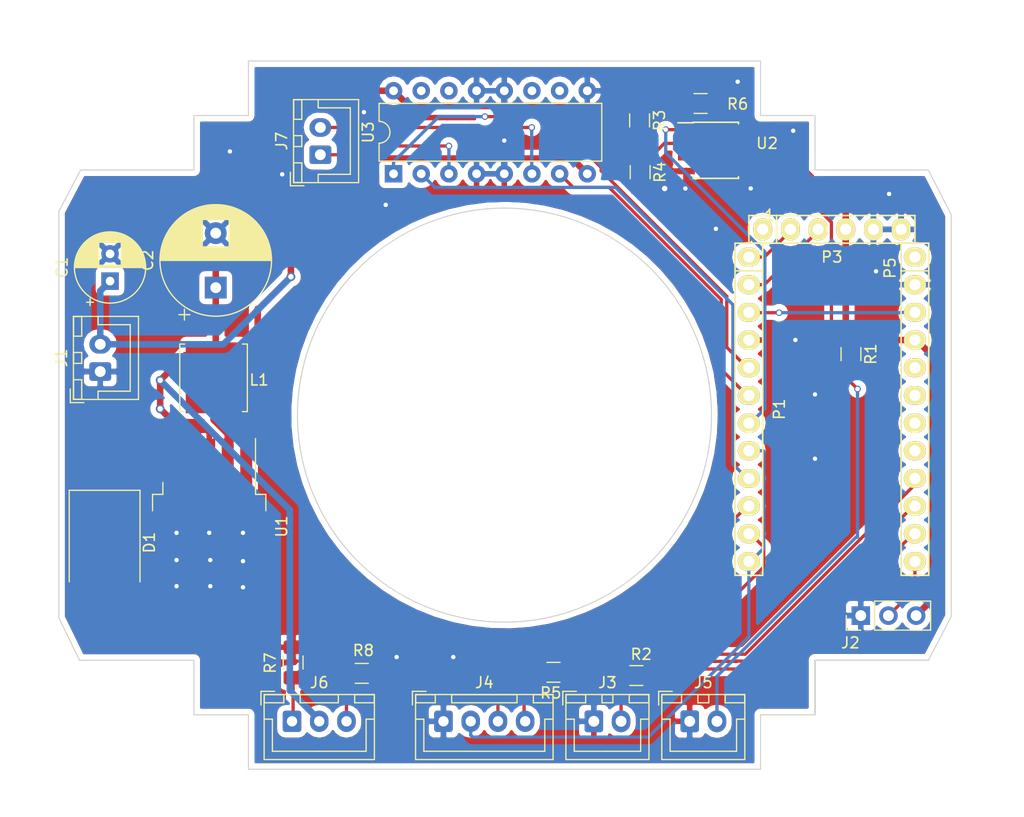
<source format=kicad_pcb>
(kicad_pcb (version 20171130) (host pcbnew 5.0.2-bee76a0~70~ubuntu18.04.1)
  (title_block (date "jeu. 02 avril 2015"))
  (layers (0 F.Cu signal) (31 B.Cu signal) (34 B.Paste user) (35 F.Paste user) (36 B.SilkS user) (37 F.SilkS user) (38 B.Mask user) (39 F.Mask user) (44 Edge.Cuts user))
  (net 0 "")
  (net 1 "/1(Tx)")
  (net 2 "/0(Rx)")
  (net 3 /Reset)
  (net 4 GND)
  (net 5 /2)
  (net 6 /4)
  (net 7 /7)
  (net 8 /8)
  (net 9 +5V)
  (net 10 +12V)
  (net 11 "Net-(D1-Pad1)")
  (net 12 "Net-(J3-Pad2)")
  (net 13 "Net-(J4-Pad4)")
  (net 14 /13)
  (net 15 "Net-(J5-Pad2)")
  (net 16 /6)
  (net 17 /3)
  (net 18 "Net-(J7-Pad2)")
  (net 19 "Net-(J7-Pad1)")
  (net 20 /10)
  (net 21 /11)
  (net 22 /12)
  (net 23 "Net-(R3-Pad2)")
  (net 24 /5)
  (module Connector_JST:JST_XH_B02B-XH-A_1x02_P2.50mm_Vertical (layer F.Cu) (at 122 41.5 90)
    (fp_text reference J7 (at 1.25 -3.55 90) (layer F.SilkS))
    (fp_text value JST_XH_2pin)
    (pad 2 thru_hole oval (at 2.5 0 90) (size 1.7 2) (drill 1) (layers *.Cu *.Mask) (net 18 "Net-(J7-Pad2)"))
    (pad 1 thru_hole roundrect (at 0 0 90) (size 1.7 2) (drill 1) (layers *.Cu *.Mask) (roundrect_rratio 0.147059) (net 19 "Net-(J7-Pad1)"))
  )
  (module Connector_JST:JST_XH_B02B-XH-A_1x02_P2.50mm_Vertical (layer F.Cu) (at 101.8 61.4 90)
    (fp_text reference J1 (at 1.25 -3.55 90) (layer F.SilkS))
    (fp_text value JST_XH_2pin)
    (pad 2 thru_hole oval (at 2.5 0 90) (size 1.7 2) (drill 1) (layers *.Cu *.Mask) (net 10 +12V))
    (pad 1 thru_hole roundrect (at 0 0 90) (size 1.7 2) (drill 1) (layers *.Cu *.Mask) (roundrect_rratio 0.147059) (net 4 GND))
  )
  (module Connector_JST:JST_XH_B02B-XH-A_1x02_P2.50mm_Vertical (layer F.Cu) (at 155.9 93.5)
    (fp_text reference J5 (at 1.25 -3.55) (layer F.SilkS))
    (fp_text value JST_XH_2pin)
    (pad 2 thru_hole oval (at 2.5 0) (size 1.7 2) (drill 1) (layers *.Cu *.Mask) (net 15 "Net-(J5-Pad2)"))
    (pad 1 thru_hole roundrect (at 0 0) (size 1.7 2) (drill 1) (layers *.Cu *.Mask) (roundrect_rratio 0.147059) (net 4 GND))
  )
  (module Connector_JST:JST_XH_B02B-XH-A_1x02_P2.50mm_Vertical (layer F.Cu) (at 147.1 93.5)
    (fp_text reference J3 (at 1.25 -3.55) (layer F.SilkS))
    (fp_text value JST_XH_2pin)
    (pad 2 thru_hole oval (at 2.5 0) (size 1.7 2) (drill 1) (layers *.Cu *.Mask) (net 12 "Net-(J3-Pad2)"))
    (pad 1 thru_hole roundrect (at 0 0) (size 1.7 2) (drill 1) (layers *.Cu *.Mask) (roundrect_rratio 0.147059) (net 4 GND))
  )
  (module Connector_JST:JST_XH_B04B-XH-A_1x04_P2.50mm_Vertical (layer F.Cu) (at 133.3 93.5)
    (fp_text reference J4 (at 3.75 -3.55) (layer F.SilkS))
    (fp_text value JST_XH_4pin)
    (pad 4 thru_hole oval (at 7.5 0) (size 1.7 1.95) (drill 0.95) (layers *.Cu *.Mask) (net 13 "Net-(J4-Pad4)"))
    (pad 3 thru_hole oval (at 5 0) (size 1.7 1.95) (drill 0.95) (layers *.Cu *.Mask) (net 14 /13))
    (pad 2 thru_hole oval (at 2.5 0) (size 1.7 1.95) (drill 0.95) (layers *.Cu *.Mask) (net 24 /5))
    (pad 1 thru_hole roundrect (at 0 0) (size 1.7 1.95) (drill 0.95) (layers *.Cu *.Mask) (roundrect_rratio 0.147059) (net 4 GND))
  )
  (module Package_DIP:DIP-16_W7.62mm (layer F.Cu) (at 128.72 43.25 90)
    (fp_text reference U3 (at 3.81 -2.33 90) (layer F.SilkS))
    (fp_text value L293D)
    (pad 1 thru_hole rect (at 0 0 90) (size 1.6 1.6) (drill 0.8) (layers *.Cu *.Mask) (net 5 /2))
    (pad 9 thru_hole oval (at 7.62 17.78 90) (size 1.6 1.6) (drill 0.8) (layers *.Cu *.Mask) (net 4 GND))
    (pad 2 thru_hole oval (at 0 2.54 90) (size 1.6 1.6) (drill 0.8) (layers *.Cu *.Mask) (net 16 /6))
    (pad 10 thru_hole oval (at 7.62 15.24 90) (size 1.6 1.6) (drill 0.8) (layers *.Cu *.Mask))
    (pad 3 thru_hole oval (at 0 5.08 90) (size 1.6 1.6) (drill 0.8) (layers *.Cu *.Mask) (net 19 "Net-(J7-Pad1)"))
    (pad 11 thru_hole oval (at 7.62 12.7 90) (size 1.6 1.6) (drill 0.8) (layers *.Cu *.Mask))
    (pad 4 thru_hole oval (at 0 7.62 90) (size 1.6 1.6) (drill 0.8) (layers *.Cu *.Mask) (net 4 GND))
    (pad 12 thru_hole oval (at 7.62 10.16 90) (size 1.6 1.6) (drill 0.8) (layers *.Cu *.Mask) (net 4 GND))
    (pad 5 thru_hole oval (at 0 10.16 90) (size 1.6 1.6) (drill 0.8) (layers *.Cu *.Mask) (net 4 GND))
    (pad 13 thru_hole oval (at 7.62 7.62 90) (size 1.6 1.6) (drill 0.8) (layers *.Cu *.Mask) (net 4 GND))
    (pad 6 thru_hole oval (at 0 12.7 90) (size 1.6 1.6) (drill 0.8) (layers *.Cu *.Mask) (net 18 "Net-(J7-Pad2)"))
    (pad 14 thru_hole oval (at 7.62 5.08 90) (size 1.6 1.6) (drill 0.8) (layers *.Cu *.Mask))
    (pad 7 thru_hole oval (at 0 15.24 90) (size 1.6 1.6) (drill 0.8) (layers *.Cu *.Mask) (net 17 /3))
    (pad 15 thru_hole oval (at 7.62 2.54 90) (size 1.6 1.6) (drill 0.8) (layers *.Cu *.Mask))
    (pad 8 thru_hole oval (at 0 17.78 90) (size 1.6 1.6) (drill 0.8) (layers *.Cu *.Mask) (net 10 +12V))
    (pad 16 thru_hole oval (at 7.62 0 90) (size 1.6 1.6) (drill 0.8) (layers *.Cu *.Mask) (net 9 +5V))
  )
  (module Socket_Arduino_Pro_Mini:Socket_Strip_Arduino_1x12 (layer F.Cu) (at 161.33 50.89 270)
    (fp_text reference P1 (at 13.97 -2.794 270) (layer F.SilkS))
    (fp_text value Female_Header_12pin)
    (pad 1 thru_hole oval (at 0 0 270) (size 1.7272 2.032) (drill 1.016) (layers *.Cu *.Mask F.SilkS) (net 1 "/1(Tx)"))
    (pad 2 thru_hole oval (at 2.54 0 270) (size 1.7272 2.032) (drill 1.016) (layers *.Cu *.Mask F.SilkS) (net 2 "/0(Rx)"))
    (pad 3 thru_hole oval (at 5.08 0 270) (size 1.7272 2.032) (drill 1.016) (layers *.Cu *.Mask F.SilkS) (net 3 /Reset))
    (pad 4 thru_hole oval (at 7.62 0 270) (size 1.7272 2.032) (drill 1.016) (layers *.Cu *.Mask F.SilkS) (net 4 GND))
    (pad 5 thru_hole oval (at 10.16 0 270) (size 1.7272 2.032) (drill 1.016) (layers *.Cu *.Mask F.SilkS) (net 5 /2))
    (pad 6 thru_hole oval (at 12.7 0 270) (size 1.7272 2.032) (drill 1.016) (layers *.Cu *.Mask F.SilkS) (net 17 /3))
    (pad 7 thru_hole oval (at 15.24 0 270) (size 1.7272 2.032) (drill 1.016) (layers *.Cu *.Mask F.SilkS) (net 6 /4))
    (pad 8 thru_hole oval (at 17.78 0 270) (size 1.7272 2.032) (drill 1.016) (layers *.Cu *.Mask F.SilkS) (net 24 /5))
    (pad 9 thru_hole oval (at 20.32 0 270) (size 1.7272 2.032) (drill 1.016) (layers *.Cu *.Mask F.SilkS) (net 16 /6))
    (pad 10 thru_hole oval (at 22.86 0 270) (size 1.7272 2.032) (drill 1.016) (layers *.Cu *.Mask F.SilkS) (net 7 /7))
    (pad 11 thru_hole oval (at 25.4 0 270) (size 1.7272 2.032) (drill 1.016) (layers *.Cu *.Mask F.SilkS) (net 8 /8))
    (pad 12 thru_hole oval (at 27.94 0 270) (size 1.7272 2.032) (drill 1.016) (layers *.Cu *.Mask F.SilkS) (net 24 /5))
  )
  (module Socket_Arduino_Pro_Mini:Socket_Strip_Arduino_1x06 (layer F.Cu) (at 162.6 48.35)
    (fp_text reference P3 (at 6.35 2.54) (layer F.SilkS))
    (fp_text value Female_Header_6pin)
    (pad 1 thru_hole oval (at 0 0) (size 1.7272 2.032) (drill 1.016) (layers *.Cu *.Mask F.SilkS))
    (pad 2 thru_hole oval (at 2.54 0) (size 1.7272 2.032) (drill 1.016) (layers *.Cu *.Mask F.SilkS) (net 1 "/1(Tx)"))
    (pad 3 thru_hole oval (at 5.08 0) (size 1.7272 2.032) (drill 1.016) (layers *.Cu *.Mask F.SilkS) (net 2 "/0(Rx)"))
    (pad 4 thru_hole oval (at 7.62 0) (size 1.7272 2.032) (drill 1.016) (layers *.Cu *.Mask F.SilkS) (net 9 +5V))
    (pad 5 thru_hole oval (at 10.16 0) (size 1.7272 2.032) (drill 1.016) (layers *.Cu *.Mask F.SilkS) (net 4 GND))
    (pad 6 thru_hole oval (at 12.7 0) (size 1.7272 2.032) (drill 1.016) (layers *.Cu *.Mask F.SilkS) (net 4 GND))
  )
  (module Socket_Arduino_Pro_Mini:Socket_Strip_Arduino_1x12 (layer F.Cu) (at 176.57 50.89 270)
    (fp_text reference P5 (at 1.016 2.286 270) (layer F.SilkS))
    (fp_text value Female_Header_12pin)
    (pad 1 thru_hole oval (at 0 0 270) (size 1.7272 2.032) (drill 1.016) (layers *.Cu *.Mask F.SilkS))
    (pad 2 thru_hole oval (at 2.54 0 270) (size 1.7272 2.032) (drill 1.016) (layers *.Cu *.Mask F.SilkS) (net 4 GND))
    (pad 3 thru_hole oval (at 5.08 0 270) (size 1.7272 2.032) (drill 1.016) (layers *.Cu *.Mask F.SilkS) (net 3 /Reset))
    (pad 4 thru_hole oval (at 7.62 0 270) (size 1.7272 2.032) (drill 1.016) (layers *.Cu *.Mask F.SilkS) (net 9 +5V))
    (pad 5 thru_hole oval (at 10.16 0 270) (size 1.7272 2.032) (drill 1.016) (layers *.Cu *.Mask F.SilkS))
    (pad 6 thru_hole oval (at 12.7 0 270) (size 1.7272 2.032) (drill 1.016) (layers *.Cu *.Mask F.SilkS))
    (pad 7 thru_hole oval (at 15.24 0 270) (size 1.7272 2.032) (drill 1.016) (layers *.Cu *.Mask F.SilkS))
    (pad 8 thru_hole oval (at 17.78 0 270) (size 1.7272 2.032) (drill 1.016) (layers *.Cu *.Mask F.SilkS))
    (pad 9 thru_hole oval (at 20.32 0 270) (size 1.7272 2.032) (drill 1.016) (layers *.Cu *.Mask F.SilkS) (net 14 /13))
    (pad 10 thru_hole oval (at 22.86 0 270) (size 1.7272 2.032) (drill 1.016) (layers *.Cu *.Mask F.SilkS) (net 22 /12))
    (pad 11 thru_hole oval (at 25.4 0 270) (size 1.7272 2.032) (drill 1.016) (layers *.Cu *.Mask F.SilkS) (net 21 /11))
    (pad 12 thru_hole oval (at 27.94 0 270) (size 1.7272 2.032) (drill 1.016) (layers *.Cu *.Mask F.SilkS) (net 20 /10))
  )
  (module Package_SO:SOIC-8_3.9x4.9mm_P1.27mm (layer F.Cu) (at 158.3 41.095)
    (fp_text reference U2 (at 4.7 -0.645) (layer F.SilkS))
    (fp_text value LM393)
    (pad 1 smd rect (at -2.7 -1.905) (size 1.55 0.6) (layers F.Cu F.Paste F.Mask) (net 6 /4))
    (pad 2 smd rect (at -2.7 -0.635) (size 1.55 0.6) (layers F.Cu F.Paste F.Mask) (net 23 "Net-(R3-Pad2)"))
    (pad 3 smd rect (at -2.7 0.635) (size 1.55 0.6) (layers F.Cu F.Paste F.Mask) (net 15 "Net-(J5-Pad2)"))
    (pad 4 smd rect (at -2.7 1.905) (size 1.55 0.6) (layers F.Cu F.Paste F.Mask) (net 4 GND))
    (pad 5 smd rect (at 2.7 1.905) (size 1.55 0.6) (layers F.Cu F.Paste F.Mask) (net 4 GND))
    (pad 6 smd rect (at 2.7 0.635) (size 1.55 0.6) (layers F.Cu F.Paste F.Mask) (net 4 GND))
    (pad 7 smd rect (at 2.7 -0.635) (size 1.55 0.6) (layers F.Cu F.Paste F.Mask))
    (pad 8 smd rect (at 2.7 -1.905) (size 1.55 0.6) (layers F.Cu F.Paste F.Mask) (net 9 +5V))
  )
  (module Package_TO_SOT_SMD:TO-263-5_TabPin3 (layer F.Cu) (at 111.8 75.625 270)
    (fp_text reference U1 (at 0 -6.65 270) (layer F.SilkS))
    (fp_text value LM2576R-5.0)
    (pad 1 smd rect (at -5.775 -3.4 270) (size 4.6 1.1) (layers F.Cu F.Paste F.Mask) (net 10 +12V))
    (pad 2 smd rect (at -5.775 -1.7 270) (size 4.6 1.1) (layers F.Cu F.Paste F.Mask) (net 11 "Net-(D1-Pad1)"))
    (pad 3 smd rect (at -5.775 0 270) (size 4.6 1.1) (layers F.Cu F.Paste F.Mask) (net 4 GND))
    (pad 4 smd rect (at -5.775 1.7 270) (size 4.6 1.1) (layers F.Cu F.Paste F.Mask) (net 9 +5V))
    (pad 5 smd rect (at -5.775 3.4 270) (size 4.6 1.1) (layers F.Cu F.Paste F.Mask) (net 4 GND))
    (pad 3 smd rect (at 3.375 0 270) (size 9.4 10.8) (layers F.Cu F.Mask) (net 4 GND))
  )
  (module Connector_PinHeader_2.54mm:PinHeader_1x03_P2.54mm_Vertical (layer F.Cu) (at 171.6 83.8 90)
    (fp_text reference J2 (at -2.5 -0.95 -180) (layer F.SilkS))
    (fp_text value Header_3pin_Male)
    (pad 1 thru_hole rect (at 0 0 90) (size 1.7 1.7) (drill 1) (layers *.Cu *.Mask) (net 4 GND))
    (pad 2 thru_hole oval (at 0 2.54 90) (size 1.7 1.7) (drill 1) (layers *.Cu *.Mask) (net 20 /10))
    (pad 3 thru_hole oval (at 0 5.08 90) (size 1.7 1.7) (drill 1) (layers *.Cu *.Mask) (net 9 +5V))
  )
  (module Inductor_SMD:L_Bourns_SRN6045TA (layer F.Cu) (at 112.2 61.975 90)
    (fp_text reference L1 (at -0.2 4.175 180) (layer F.SilkS))
    (fp_text value SRN6045-101M)
    (pad 1 smd rect (at -2.075 0 90) (size 2.35 5.1) (layers F.Cu F.Paste F.Mask) (net 11 "Net-(D1-Pad1)"))
    (pad 2 smd rect (at 2.075 0 90) (size 2.35 5.1) (layers F.Cu F.Paste F.Mask) (net 9 +5V))
  )
  (module Resistor_SMD:R_1206_3216Metric (layer F.Cu) (at 170.7 59.8 270)
    (fp_text reference R1 (at 0 -1.82 270) (layer F.SilkS))
    (fp_text value TBD)
    (pad 1 smd roundrect (at -1.4 0 270) (size 1.25 1.75) (layers F.Cu F.Paste F.Mask) (roundrect_rratio 0.2) (net 9 +5V))
    (pad 2 smd roundrect (at 1.4 0 270) (size 1.25 1.75) (layers F.Cu F.Paste F.Mask) (roundrect_rratio 0.2) (net 15 "Net-(J5-Pad2)"))
  )
  (module Resistor_SMD:R_1206_3216Metric (layer F.Cu) (at 151 89.3 180)
    (fp_text reference R2 (at -0.45 1.95 180) (layer F.SilkS))
    (fp_text value 150)
    (pad 2 smd roundrect (at 1.4 0 180) (size 1.25 1.75) (layers F.Cu F.Paste F.Mask) (roundrect_rratio 0.2) (net 12 "Net-(J3-Pad2)"))
    (pad 1 smd roundrect (at -1.4 0 180) (size 1.25 1.75) (layers F.Cu F.Paste F.Mask) (roundrect_rratio 0.2) (net 21 /11))
  )
  (module Resistor_SMD:R_1206_3216Metric (layer F.Cu) (at 151.3 38.35 270)
    (fp_text reference R3 (at 0 -1.82 270) (layer F.SilkS))
    (fp_text value 100K)
    (pad 2 smd roundrect (at 1.4 0 270) (size 1.25 1.75) (layers F.Cu F.Paste F.Mask) (roundrect_rratio 0.2) (net 23 "Net-(R3-Pad2)"))
    (pad 1 smd roundrect (at -1.4 0 270) (size 1.25 1.75) (layers F.Cu F.Paste F.Mask) (roundrect_rratio 0.2) (net 9 +5V))
  )
  (module Resistor_SMD:R_1206_3216Metric (layer F.Cu) (at 151.35 43.1 270)
    (fp_text reference R4 (at 0 -1.82 270) (layer F.SilkS))
    (fp_text value 100K)
    (pad 1 smd roundrect (at -1.4 0 270) (size 1.25 1.75) (layers F.Cu F.Paste F.Mask) (roundrect_rratio 0.2) (net 23 "Net-(R3-Pad2)"))
    (pad 2 smd roundrect (at 1.4 0 270) (size 1.25 1.75) (layers F.Cu F.Paste F.Mask) (roundrect_rratio 0.2) (net 4 GND))
  )
  (module Resistor_SMD:R_1206_3216Metric (layer F.Cu) (at 143.4 89 180)
    (fp_text reference R5 (at 0.25 -1.9 180) (layer F.SilkS))
    (fp_text value 150)
    (pad 2 smd roundrect (at 1.4 0 180) (size 1.25 1.75) (layers F.Cu F.Paste F.Mask) (roundrect_rratio 0.2) (net 13 "Net-(J4-Pad4)"))
    (pad 1 smd roundrect (at -1.4 0 180) (size 1.25 1.75) (layers F.Cu F.Paste F.Mask) (roundrect_rratio 0.2) (net 22 /12))
  )
  (module Resistor_SMD:R_1206_3216Metric (layer F.Cu) (at 156.9 36.8 180)
    (fp_text reference R6 (at -3.4 -0.05 180) (layer F.SilkS))
    (fp_text value 10K)
    (pad 2 smd roundrect (at 1.4 0 180) (size 1.25 1.75) (layers F.Cu F.Paste F.Mask) (roundrect_rratio 0.2) (net 6 /4))
    (pad 1 smd roundrect (at -1.4 0 180) (size 1.25 1.75) (layers F.Cu F.Paste F.Mask) (roundrect_rratio 0.2) (net 9 +5V))
  )
  (module Resistor_SMD:R_1206_3216Metric (layer F.Cu) (at 119.5 88.1 90)
    (fp_text reference R7 (at -0.05 -2.1 90) (layer F.SilkS))
    (fp_text value 100K)
    (pad 1 smd roundrect (at -1.4 0 90) (size 1.25 1.75) (layers F.Cu F.Paste F.Mask) (roundrect_rratio 0.2) (net 7 /7))
    (pad 2 smd roundrect (at 1.4 0 90) (size 1.25 1.75) (layers F.Cu F.Paste F.Mask) (roundrect_rratio 0.2) (net 4 GND))
  )
  (module Resistor_SMD:R_1206_3216Metric (layer F.Cu) (at 125.8 89.1)
    (fp_text reference R8 (at 0.15 -2.1) (layer F.SilkS))
    (fp_text value 100K)
    (pad 1 smd roundrect (at -1.4 0) (size 1.25 1.75) (layers F.Cu F.Paste F.Mask) (roundrect_rratio 0.2) (net 8 /8))
    (pad 2 smd roundrect (at 1.4 0) (size 1.25 1.75) (layers F.Cu F.Paste F.Mask) (roundrect_rratio 0.2) (net 4 GND))
  )
  (module Capacitor_THT:CP_Radial_D6.3mm_P2.50mm (layer F.Cu) (at 102.7 53.1 90)
    (fp_text reference C1 (at 1.25 -4.4 90) (layer F.SilkS))
    (fp_text value 100uF,25V)
    (pad 1 thru_hole rect (at 0 0 90) (size 1.6 1.6) (drill 0.8) (layers *.Cu *.Mask) (net 10 +12V))
    (pad 2 thru_hole circle (at 2.5 0 90) (size 1.6 1.6) (drill 0.8) (layers *.Cu *.Mask) (net 4 GND))
  )
  (module Capacitor_THT:CP_Radial_D10.0mm_P5.00mm (layer F.Cu) (at 112.4 53.7 90)
    (fp_text reference C2 (at 2.5 -6.25 90) (layer F.SilkS))
    (fp_text value 1000uF,16V)
    (pad 1 thru_hole rect (at 0 0 90) (size 2 2) (drill 1) (layers *.Cu *.Mask) (net 9 +5V))
    (pad 2 thru_hole circle (at 5 0 90) (size 2 2) (drill 1) (layers *.Cu *.Mask) (net 4 GND))
  )
  (module Diode_SMD:D_SMC (layer F.Cu) (at 102.2 77.1 270)
    (fp_text reference D1 (at 0 -4.1 270) (layer F.SilkS))
    (fp_text value SS34)
    (pad 1 smd rect (at -3.4 0) (size 3.3 2.5) (layers F.Cu F.Paste F.Mask) (net 11 "Net-(D1-Pad1)"))
    (pad 2 smd rect (at 3.4 0) (size 3.3 2.5) (layers F.Cu F.Paste F.Mask) (net 4 GND))
  )
  (module Connector_JST:JST_XH_B03B-XH-A_1x03_P2.50mm_Vertical (layer F.Cu) (at 119.4 93.5)
    (fp_text reference J6 (at 2.5 -3.55) (layer F.SilkS))
    (fp_text value Conn_01x03)
    (pad 1 thru_hole roundrect (at 0 0) (size 1.7 1.95) (drill 0.95) (layers *.Cu *.Mask) (roundrect_rratio 0.147059) (net 7 /7))
    (pad 2 thru_hole oval (at 2.5 0) (size 1.7 1.95) (drill 0.95) (layers *.Cu *.Mask) (net 9 +5V))
    (pad 3 thru_hole oval (at 5 0) (size 1.7 1.95) (drill 0.95) (layers *.Cu *.Mask) (net 8 /8))
  )
  (gr_line (start 179.9 83.9) (end 177.8 87.9) (layer Edge.Cuts) (width 0.1))
  (gr_line (start 98 84) (end 99.9 87.9) (layer Edge.Cuts) (width 0.1))
  (gr_line (start 100 42.9) (end 98 46.7) (layer Edge.Cuts) (width 0.1))
  (gr_line (start 177.8 42.9) (end 179.9 47) (layer Edge.Cuts) (width 0.1))
  (gr_line (start 115.4 92.9) (end 115.4 97.9) (layer Edge.Cuts) (width 0.1))
  (gr_line (start 110.4 92.9) (end 115.4 92.9) (layer Edge.Cuts) (width 0.1))
  (gr_line (start 110.4 87.9) (end 110.4 92.9) (layer Edge.Cuts) (width 0.1))
  (gr_line (start 99.9 87.9) (end 110.4 87.9) (layer Edge.Cuts) (width 0.1))
  (gr_line (start 162.4 97.9) (end 115.4 97.9) (layer Edge.Cuts) (width 0.1))
  (gr_line (start 162.4 92.9) (end 162.4 97.9) (layer Edge.Cuts) (width 0.1))
  (gr_line (start 167.4 92.9) (end 162.4 92.9) (layer Edge.Cuts) (width 0.1))
  (gr_line (start 167.4 87.9) (end 167.4 92.9) (layer Edge.Cuts) (width 0.15))
  (gr_line (start 167.4 87.9) (end 177.8 87.9) (layer Edge.Cuts) (width 0.15))
  (gr_line (start 167.4 42.9) (end 177.8 42.9) (layer Edge.Cuts) (width 0.1))
  (gr_line (start 167.4 42.6) (end 167.4 42.9) (layer Edge.Cuts) (width 0.1))
  (gr_line (start 167.4 41.8) (end 167.4 42.6) (layer Edge.Cuts) (width 0.1))
  (gr_line (start 167.4 37.9) (end 167.4 41.8) (layer Edge.Cuts) (width 0.1))
  (gr_line (start 110.4 42.9) (end 100 42.9) (layer Edge.Cuts) (width 0.1))
  (gr_line (start 110.4 37.9) (end 110.4 42.9) (layer Edge.Cuts) (width 0.1))
  (gr_line (start 179.9 83.9) (end 179.9 47) (layer Edge.Cuts) (width 0.1))
  (gr_line (start 98 84) (end 98 46.7) (layer Edge.Cuts) (width 0.1))
  (gr_line (start 162.4 37.9) (end 167.4 37.9) (layer Edge.Cuts) (width 0.1))
  (gr_line (start 162.4 32.9) (end 162.4 37.9) (layer Edge.Cuts) (width 0.1))
  (gr_line (start 115.4 32.9) (end 162.4 32.9) (layer Edge.Cuts) (width 0.1))
  (gr_line (start 115.4 33) (end 115.4 32.9) (layer Edge.Cuts) (width 0.1))
  (gr_line (start 115.4 37.9) (end 115.4 33) (layer Edge.Cuts) (width 0.1))
  (gr_line (start 110.4 37.9) (end 115.4 37.9) (layer Edge.Cuts) (width 0.1))
  (gr_circle (center 138.9 65.4) (end 157.9 65.5) (layer Edge.Cuts) (width 0.1))
  (gr_text 1 (at 163.232 47.047) (layer F.SilkS) (effects (font (size 1 1))))
  (segment (start 165.14 48.5024) (end 165.14 48.35) (width 0.3) (layer F.Cu) (net 1))
  (segment (start 162.7524 50.89) (end 165.14 48.5024) (width 0.3) (layer F.Cu) (net 1))
  (segment (start 161.33 50.89) (end 162.7524 50.89) (width 0.3) (layer F.Cu) (net 1))
  (segment (start 162.7524 53.43) (end 167.68 48.5024) (width 0.3) (layer F.Cu) (net 2))
  (segment (start 167.68 48.5024) (end 167.68 48.35) (width 0.3) (layer F.Cu) (net 2))
  (segment (start 161.33 53.43) (end 162.7524 53.43) (width 0.3) (layer F.Cu) (net 2))
  (segment (start 175.254 55.97) (end 175.224 56) (width 0.3) (layer B.Cu) (net 3))
  (segment (start 176.57 55.97) (end 175.254 55.97) (width 0.3) (layer B.Cu) (net 3))
  (via (at 164.1 56) (size 0.6) (drill 0.4) (layers F.Cu B.Cu) (net 3))
  (segment (start 175.224 56) (end 164.1 56) (width 0.3) (layer B.Cu) (net 3))
  (segment (start 161.36 56) (end 161.33 55.97) (width 0.3) (layer F.Cu) (net 3))
  (segment (start 164.1 56) (end 161.36 56) (width 0.3) (layer F.Cu) (net 3))
  (via (at 114.9 81.2) (size 0.6) (drill 0.4) (layers F.Cu B.Cu) (net 4))
  (via (at 111.9 81.1) (size 0.6) (drill 0.4) (layers F.Cu B.Cu) (net 4))
  (via (at 108.8 81.1) (size 0.6) (drill 0.4) (layers F.Cu B.Cu) (net 4))
  (via (at 114.9 78.8) (size 0.6) (drill 0.4) (layers F.Cu B.Cu) (net 4))
  (via (at 111.9 78.7) (size 0.6) (drill 0.4) (layers F.Cu B.Cu) (net 4))
  (via (at 108.8 78.7) (size 0.6) (drill 0.4) (layers F.Cu B.Cu) (net 4))
  (via (at 114.9 76.2) (size 0.6) (drill 0.4) (layers F.Cu B.Cu) (net 4))
  (via (at 111.8 76.2) (size 0.6) (drill 0.4) (layers F.Cu B.Cu) (net 4))
  (via (at 108.8 76.2) (size 0.6) (drill 0.4) (layers F.Cu B.Cu) (net 4))
  (via (at 128 46.1) (size 0.6) (drill 0.4) (layers F.Cu B.Cu) (net 4))
  (via (at 118.5 43.3) (size 0.6) (drill 0.4) (layers F.Cu B.Cu) (net 4))
  (segment (start 108.4 72.75) (end 108.4 69.85) (width 0.6) (layer F.Cu) (net 4))
  (segment (start 111.799999 72.750001) (end 108.4 72.75) (width 0.6) (layer F.Cu) (net 4))
  (segment (start 111.8 69.85) (end 111.799999 72.750001) (width 0.6) (layer F.Cu) (net 4))
  (via (at 155.5 44.6) (size 0.6) (drill 0.4) (layers F.Cu B.Cu) (net 4))
  (via (at 161.5 44.6) (size 0.6) (drill 0.4) (layers F.Cu B.Cu) (net 4))
  (segment (start 155.6 44.5) (end 155.5 44.6) (width 0.6) (layer F.Cu) (net 4))
  (segment (start 155.6 43) (end 155.6 44.5) (width 0.6) (layer F.Cu) (net 4))
  (segment (start 161 44.1) (end 161.5 44.6) (width 0.6) (layer F.Cu) (net 4))
  (segment (start 161 43) (end 161 44.1) (width 0.6) (layer F.Cu) (net 4))
  (via (at 160.3 34.8) (size 0.6) (drill 0.4) (layers F.Cu B.Cu) (net 4))
  (via (at 153.6 44.6) (size 0.8) (drill 0.5) (layers F.Cu B.Cu) (net 4))
  (via (at 165.6 58.5) (size 0.6) (drill 0.4) (layers F.Cu B.Cu) (net 4))
  (via (at 129 87.6) (size 0.6) (drill 0.4) (layers F.Cu B.Cu) (net 4))
  (via (at 134.2 87.6) (size 0.6) (drill 0.4) (layers F.Cu B.Cu) (net 4))
  (via (at 167.4 63.5) (size 0.6) (drill 0.4) (layers F.Cu B.Cu) (net 4))
  (via (at 167.4 69.4) (size 0.6) (drill 0.4) (layers F.Cu B.Cu) (net 4))
  (via (at 113.7 41.2) (size 0.6) (drill 0.4) (layers F.Cu B.Cu) (net 4))
  (via (at 158.3 48.3) (size 0.6) (drill 0.4) (layers F.Cu B.Cu) (net 4))
  (via (at 165.4 39.3) (size 0.6) (drill 0.4) (layers F.Cu B.Cu) (net 4))
  (segment (start 138.88 40.2) (end 138.88 35.63) (width 0.6) (layer B.Cu) (net 4))
  (via (at 138.88 40.2) (size 0.6) (drill 0.4) (layers F.Cu B.Cu) (net 4))
  (via (at 126 37.6) (size 0.6) (drill 0.4) (layers F.Cu B.Cu) (net 4))
  (via (at 174.2 45.1) (size 0.6) (drill 0.4) (layers F.Cu B.Cu) (net 4))
  (via (at 173 52.2) (size 0.6) (drill 0.4) (layers F.Cu B.Cu) (net 4))
  (segment (start 138.88 43.25) (end 138.88 40.2) (width 0.6) (layer B.Cu) (net 4))
  (via (at 137.1 38) (size 0.6) (drill 0.4) (layers F.Cu B.Cu) (net 5))
  (segment (start 136.675736 38) (end 137.1 38) (width 0.3) (layer B.Cu) (net 5))
  (segment (start 128.72 43.25) (end 128.72 42.15) (width 0.3) (layer B.Cu) (net 5))
  (segment (start 132.87 38) (end 136.675736 38) (width 0.3) (layer B.Cu) (net 5))
  (segment (start 128.72 42.15) (end 132.87 38) (width 0.3) (layer B.Cu) (net 5))
  (segment (start 161.33 61.05) (end 161.1776 61.05) (width 0.3) (layer F.Cu) (net 5))
  (segment (start 161.1776 61.05) (end 159.3 59.1724) (width 0.3) (layer F.Cu) (net 5))
  (segment (start 147.775012 42.975012) (end 159.3 54.5) (width 0.3) (layer F.Cu) (net 5))
  (segment (start 147.775012 42.67501) (end 147.775012 42.975012) (width 0.3) (layer F.Cu) (net 5))
  (segment (start 143.100002 38) (end 147.775012 42.67501) (width 0.3) (layer F.Cu) (net 5))
  (segment (start 137.1 38) (end 143.100002 38) (width 0.3) (layer F.Cu) (net 5))
  (segment (start 159.3 59.1724) (end 159.3 54.5) (width 0.3) (layer F.Cu) (net 5))
  (segment (start 155.5 39.09) (end 155.6 39.19) (width 0.3) (layer F.Cu) (net 6))
  (segment (start 155.6 39.19) (end 156.075 39.19) (width 0.3) (layer F.Cu) (net 6))
  (segment (start 155.5 36.8) (end 155.5 39.09) (width 0.3) (layer F.Cu) (net 6))
  (via (at 153.7 39.2) (size 0.6) (drill 0.4) (layers F.Cu B.Cu) (net 6))
  (segment (start 155.59 39.2) (end 155.6 39.19) (width 0.3) (layer F.Cu) (net 6))
  (segment (start 153.7 39.2) (end 155.59 39.2) (width 0.3) (layer F.Cu) (net 6))
  (segment (start 162.79601 64.81639) (end 161.4824 66.13) (width 0.3) (layer B.Cu) (net 6))
  (segment (start 162.79601 50.414713) (end 162.79601 64.81639) (width 0.3) (layer B.Cu) (net 6))
  (segment (start 161.4824 66.13) (end 161.33 66.13) (width 0.3) (layer B.Cu) (net 6))
  (segment (start 153.7 41.318703) (end 162.79601 50.414713) (width 0.3) (layer B.Cu) (net 6))
  (segment (start 153.7 39.2) (end 153.7 41.318703) (width 0.3) (layer B.Cu) (net 6))
  (segment (start 122.8 86.2) (end 119.5 89.5) (width 0.3) (layer F.Cu) (net 7))
  (segment (start 155.066882 86.2) (end 122.8 86.2) (width 0.3) (layer F.Cu) (net 7))
  (segment (start 159.3 81.966882) (end 155.066882 86.2) (width 0.3) (layer F.Cu) (net 7))
  (segment (start 159.3 75.6276) (end 159.3 81.966882) (width 0.3) (layer F.Cu) (net 7))
  (segment (start 161.33 73.75) (end 161.1776 73.75) (width 0.3) (layer F.Cu) (net 7))
  (segment (start 161.1776 73.75) (end 159.3 75.6276) (width 0.3) (layer F.Cu) (net 7))
  (segment (start 119.5 93.4) (end 119.4 93.5) (width 0.3) (layer F.Cu) (net 7))
  (segment (start 119.5 89.5) (end 119.5 93.4) (width 0.3) (layer F.Cu) (net 7))
  (segment (start 161.1776 76.29) (end 161.33 76.29) (width 0.3) (layer F.Cu) (net 8))
  (segment (start 125.09571 89.79571) (end 124.4 89.1) (width 0.3) (layer F.Cu) (net 8))
  (segment (start 125.72501 90.42501) (end 125.09571 89.79571) (width 0.3) (layer F.Cu) (net 8))
  (segment (start 136.67499 90.42501) (end 125.72501 90.42501) (width 0.3) (layer F.Cu) (net 8))
  (segment (start 161.33 76.29) (end 161.4824 76.29) (width 0.3) (layer F.Cu) (net 8))
  (segment (start 161.4824 76.29) (end 162.69601 77.50361) (width 0.3) (layer F.Cu) (net 8))
  (segment (start 162.69601 77.50361) (end 162.69601 79.332693) (width 0.3) (layer F.Cu) (net 8))
  (segment (start 155.3 86.728703) (end 140.371297 86.728703) (width 0.3) (layer F.Cu) (net 8))
  (segment (start 162.69601 79.332693) (end 155.3 86.728703) (width 0.3) (layer F.Cu) (net 8))
  (segment (start 140.371297 86.728703) (end 136.67499 90.42501) (width 0.3) (layer F.Cu) (net 8))
  (segment (start 124.4 90.075) (end 124.4 93.5) (width 0.3) (layer F.Cu) (net 8))
  (segment (start 124.4 89.1) (end 124.4 90.075) (width 0.3) (layer F.Cu) (net 8))
  (segment (start 110.1 71.810002) (end 110.1 69.85) (width 0.5) (layer F.Cu) (net 9))
  (segment (start 110.1 67.889998) (end 110.1 69.85) (width 0.5) (layer F.Cu) (net 9))
  (segment (start 112.2 59.9) (end 110.825 59.9) (width 0.6) (layer F.Cu) (net 9))
  (segment (start 121.9 93.5) (end 121.9 93.625) (width 0.5) (layer F.Cu) (net 9))
  (segment (start 113.575 59.9) (end 112.2 59.9) (width 0.6) (layer F.Cu) (net 9))
  (segment (start 150.95 37.3) (end 151.3 36.95) (width 0.6) (layer F.Cu) (net 9))
  (via (at 107.3 62.2) (size 0.8) (drill 0.5) (layers F.Cu B.Cu) (net 9))
  (segment (start 112.2 59.9) (end 109.6 59.9) (width 0.6) (layer F.Cu) (net 9))
  (segment (start 109.6 59.9) (end 107.3 62.2) (width 0.6) (layer F.Cu) (net 9))
  (segment (start 107.3 62.2) (end 119.2 74.1) (width 0.6) (layer B.Cu) (net 9))
  (segment (start 110.1 67.619998) (end 110.1 69.85) (width 0.6) (layer F.Cu) (net 9))
  (segment (start 107.3 64.819998) (end 107.3 64.819998) (width 0.6) (layer F.Cu) (net 9))
  (segment (start 107.3 62.2) (end 107.3 64.819998) (width 0.6) (layer F.Cu) (net 9))
  (segment (start 121.9 93.5) (end 121.9 93.625) (width 0.5) (layer B.Cu) (net 9))
  (segment (start 107.3 64.819998) (end 110.1 67.619998) (width 0.6) (layer F.Cu) (net 9))
  (via (at 107.3 64.819998) (size 0.8) (drill 0.5) (layers F.Cu B.Cu) (net 9))
  (segment (start 158.9 37.4) (end 158.3 36.8) (width 0.6) (layer F.Cu) (net 9))
  (segment (start 158.61 36.8) (end 161 39.19) (width 0.6) (layer F.Cu) (net 9))
  (segment (start 158.3 36.8) (end 158.61 36.8) (width 0.6) (layer F.Cu) (net 9))
  (segment (start 170.22 47.735) (end 170.22 48.35) (width 0.6) (layer F.Cu) (net 9))
  (segment (start 174.734999 58.290999) (end 174.954 58.51) (width 0.6) (layer F.Cu) (net 9))
  (segment (start 170.22 48.35) (end 170.22 48.5024) (width 0.6) (layer F.Cu) (net 9))
  (segment (start 170.22 57.32) (end 171.3 58.4) (width 0.6) (layer F.Cu) (net 9))
  (segment (start 170.22 48.35) (end 170.22 57.32) (width 0.6) (layer F.Cu) (net 9))
  (segment (start 174.954 58.51) (end 176.57 58.51) (width 0.6) (layer F.Cu) (net 9))
  (segment (start 174.14829 57.70429) (end 174.954 58.51) (width 0.6) (layer F.Cu) (net 9))
  (segment (start 171.39571 57.70429) (end 174.14829 57.70429) (width 0.6) (layer F.Cu) (net 9))
  (segment (start 170.7 58.4) (end 171.39571 57.70429) (width 0.6) (layer F.Cu) (net 9))
  (segment (start 150.325 36.95) (end 151.3 36.95) (width 0.6) (layer F.Cu) (net 9))
  (segment (start 150.244999 37.030001) (end 150.325 36.95) (width 0.6) (layer F.Cu) (net 9))
  (segment (start 130.120001 37.030001) (end 150.244999 37.030001) (width 0.6) (layer F.Cu) (net 9))
  (segment (start 128.72 35.63) (end 130.120001 37.030001) (width 0.6) (layer F.Cu) (net 9))
  (segment (start 156.82499 35.32499) (end 157.60429 36.10429) (width 0.6) (layer F.Cu) (net 9))
  (segment (start 152.92501 35.32499) (end 156.82499 35.32499) (width 0.6) (layer F.Cu) (net 9))
  (segment (start 157.60429 36.10429) (end 158.3 36.8) (width 0.6) (layer F.Cu) (net 9))
  (segment (start 151.3 36.95) (end 152.92501 35.32499) (width 0.6) (layer F.Cu) (net 9))
  (segment (start 162.676 39.19) (end 161 39.19) (width 0.6) (layer F.Cu) (net 9))
  (segment (start 170.22 48.35) (end 170.22 46.734) (width 0.6) (layer F.Cu) (net 9))
  (segment (start 170.22 46.734) (end 162.676 39.19) (width 0.6) (layer F.Cu) (net 9))
  (segment (start 176.57 58.51) (end 176.7224 58.51) (width 0.6) (layer F.Cu) (net 9))
  (segment (start 176.7224 58.51) (end 178.186 59.9736) (width 0.6) (layer F.Cu) (net 9))
  (segment (start 177.529999 82.950001) (end 176.68 83.8) (width 0.6) (layer F.Cu) (net 9))
  (segment (start 178.18601 82.29399) (end 177.529999 82.950001) (width 0.6) (layer F.Cu) (net 9))
  (segment (start 178.18601 73.143753) (end 178.18601 82.29399) (width 0.6) (layer F.Cu) (net 9))
  (segment (start 178.186 73.143743) (end 178.18601 73.143753) (width 0.6) (layer F.Cu) (net 9))
  (segment (start 178.186 59.9736) (end 178.186 73.143743) (width 0.6) (layer F.Cu) (net 9))
  (segment (start 121.9 93.375) (end 121.9 93.5) (width 0.6) (layer B.Cu) (net 9))
  (segment (start 119.2 90.675) (end 121.9 93.375) (width 0.6) (layer B.Cu) (net 9))
  (segment (start 119.2 74.1) (end 119.2 90.675) (width 0.6) (layer B.Cu) (net 9))
  (segment (start 112.4 59.7) (end 112.2 59.9) (width 0.6) (layer F.Cu) (net 9))
  (segment (start 112.4 52.1) (end 112.4 53.7) (width 0.6) (layer F.Cu) (net 9))
  (segment (start 114.02071 50.47929) (end 112.4 52.1) (width 0.6) (layer F.Cu) (net 9))
  (segment (start 114.02071 44.078667) (end 114.02071 50.47929) (width 0.6) (layer F.Cu) (net 9))
  (segment (start 122.469377 35.63) (end 128.72 35.63) (width 0.6) (layer F.Cu) (net 9))
  (segment (start 114.02071 44.078667) (end 122.469377 35.63) (width 0.6) (layer F.Cu) (net 9))
  (segment (start 112.4 53.7) (end 112.4 59.7) (width 0.6) (layer F.Cu) (net 9))
  (segment (start 146.5 43.25) (end 146.032002 43.25) (width 0.6) (layer F.Cu) (net 10))
  (segment (start 115.2 68.1) (end 115.2 69.85) (width 0.6) (layer F.Cu) (net 10))
  (via (at 119.3 52.7) (size 0.8) (drill 0.5) (layers F.Cu B.Cu) (net 10))
  (segment (start 115.2 66.95) (end 115.2 69.85) (width 0.6) (layer F.Cu) (net 10))
  (segment (start 116.25001 65.89999) (end 115.2 66.95) (width 0.6) (layer F.Cu) (net 10))
  (segment (start 116.25001 55.64999) (end 116.25001 65.89999) (width 0.6) (layer F.Cu) (net 10))
  (segment (start 116.35001 55.64999) (end 119.3 52.7) (width 0.6) (layer F.Cu) (net 10))
  (segment (start 116.25001 55.64999) (end 116.35001 55.64999) (width 0.6) (layer F.Cu) (net 10))
  (segment (start 119.15 52.85) (end 119.3 52.7) (width 0.6) (layer B.Cu) (net 10))
  (segment (start 113.1 58.9) (end 119.3 52.7) (width 0.6) (layer B.Cu) (net 10))
  (segment (start 101.8 58.9) (end 113.1 58.9) (width 0.6) (layer B.Cu) (net 10))
  (segment (start 119.3 47.2) (end 119.3 52.7) (width 0.6) (layer F.Cu) (net 10))
  (segment (start 123.54999 42.95001) (end 119.3 47.2) (width 0.6) (layer F.Cu) (net 10))
  (segment (start 126.339988 42.95001) (end 123.54999 42.95001) (width 0.6) (layer F.Cu) (net 10))
  (segment (start 127.439999 41.849999) (end 126.339988 42.95001) (width 0.6) (layer F.Cu) (net 10))
  (segment (start 146.5 43.25) (end 145.099999 41.849999) (width 0.6) (layer F.Cu) (net 10))
  (segment (start 145.099999 41.849999) (end 127.439999 41.849999) (width 0.6) (layer F.Cu) (net 10))
  (segment (start 101.8 54) (end 102.7 53.1) (width 0.6) (layer B.Cu) (net 10))
  (segment (start 101.8 58.9) (end 101.8 54) (width 0.6) (layer B.Cu) (net 10))
  (segment (start 113.5 67.125) (end 113.5 69.85) (width 0.6) (layer F.Cu) (net 11))
  (segment (start 112.2 65.825) (end 112.775 66.4) (width 0.6) (layer F.Cu) (net 11))
  (segment (start 112.2 64.05) (end 112.2 65.825) (width 0.6) (layer F.Cu) (net 11))
  (segment (start 112.775 66.4) (end 113.5 67.125) (width 0.6) (layer F.Cu) (net 11))
  (segment (start 113.5 72.75) (end 112.550001 73.699999) (width 0.6) (layer F.Cu) (net 11))
  (segment (start 113.5 69.85) (end 113.5 72.75) (width 0.6) (layer F.Cu) (net 11))
  (segment (start 104.450001 73.699999) (end 112.550001 73.699999) (width 0.6) (layer F.Cu) (net 11))
  (segment (start 102.2 73.7) (end 104.450001 73.699999) (width 0.6) (layer F.Cu) (net 11))
  (segment (start 149.7 93.4) (end 149.6 93.5) (width 0.3) (layer F.Cu) (net 12))
  (segment (start 149.6 90.975) (end 149.6 93.5) (width 0.3) (layer F.Cu) (net 12))
  (segment (start 149.6 90.975) (end 149.6 89.3) (width 0.3) (layer F.Cu) (net 12))
  (segment (start 140.7 93.4) (end 140.8 93.5) (width 0.3) (layer F.Cu) (net 13))
  (segment (start 140.7 89.575) (end 140.7 90.6) (width 0.3) (layer F.Cu) (net 13))
  (segment (start 141.275 89) (end 140.7 89.575) (width 0.3) (layer F.Cu) (net 13))
  (segment (start 142 89) (end 141.275 89) (width 0.3) (layer F.Cu) (net 13))
  (segment (start 140.7 90) (end 140.7 90.6) (width 0.3) (layer F.Cu) (net 13))
  (segment (start 140.7 90.6) (end 140.7 93.4) (width 0.3) (layer F.Cu) (net 13))
  (segment (start 138.3 90.551454) (end 138.3 93.5) (width 0.3) (layer F.Cu) (net 14))
  (segment (start 141.507732 87.343722) (end 138.3 90.551454) (width 0.3) (layer F.Cu) (net 14))
  (segment (start 161 87.343722) (end 141.507732 87.343722) (width 0.3) (layer F.Cu) (net 14))
  (segment (start 176.57 71.21) (end 176.57 71.773722) (width 0.3) (layer F.Cu) (net 14))
  (segment (start 176.57 71.773722) (end 161 87.343722) (width 0.3) (layer F.Cu) (net 14))
  (segment (start 158.4 93.35) (end 158.4 93.5) (width 0.3) (layer B.Cu) (net 15))
  (via (at 171.3 63) (size 0.6) (drill 0.4) (layers F.Cu B.Cu) (net 15))
  (segment (start 171.3 63.424264) (end 171.3 63) (width 0.3) (layer B.Cu) (net 15))
  (segment (start 168.90639 59.40639) (end 170.7 61.2) (width 0.3) (layer F.Cu) (net 15))
  (segment (start 168.90639 47.707687) (end 168.90639 59.40639) (width 0.3) (layer F.Cu) (net 15))
  (segment (start 170.7 62.4) (end 171.3 63) (width 0.3) (layer F.Cu) (net 15))
  (segment (start 170.7 61.2) (end 170.7 62.4) (width 0.3) (layer F.Cu) (net 15))
  (segment (start 156.075 41.73) (end 155.6 41.73) (width 0.3) (layer F.Cu) (net 15))
  (segment (start 168.90639 47.707687) (end 166.748704 45.550001) (width 0.3) (layer F.Cu) (net 15))
  (segment (start 160.495001 45.550001) (end 166.748704 45.550001) (width 0.3) (layer F.Cu) (net 15))
  (segment (start 156.675 41.73) (end 160.495001 45.550001) (width 0.3) (layer F.Cu) (net 15))
  (segment (start 155.6 41.73) (end 156.675 41.73) (width 0.3) (layer F.Cu) (net 15))
  (segment (start 171.3 76.6) (end 171.3 75.3) (width 0.3) (layer B.Cu) (net 15))
  (segment (start 171.3 75.6) (end 171.3 75.3) (width 0.3) (layer B.Cu) (net 15))
  (segment (start 171.3 75.3) (end 171.3 63.424264) (width 0.3) (layer B.Cu) (net 15))
  (segment (start 158.4 89.367154) (end 158.4 92.2) (width 0.3) (layer B.Cu) (net 15))
  (segment (start 158.4 92.2) (end 158.4 93.5) (width 0.3) (layer B.Cu) (net 15))
  (segment (start 171.167154 76.6) (end 158.4 89.367154) (width 0.3) (layer B.Cu) (net 15))
  (segment (start 171.3 76.6) (end 171.167154 76.6) (width 0.3) (layer B.Cu) (net 15))
  (segment (start 161.1776 71.21) (end 161.33 71.21) (width 0.3) (layer B.Cu) (net 16))
  (segment (start 159.86399 69.89639) (end 161.1776 71.21) (width 0.3) (layer B.Cu) (net 16))
  (segment (start 149.100001 44.500001) (end 159.86399 55.26399) (width 0.3) (layer B.Cu) (net 16))
  (segment (start 159.86399 55.26399) (end 159.86399 69.89639) (width 0.3) (layer B.Cu) (net 16))
  (segment (start 132.510001 44.500001) (end 149.100001 44.500001) (width 0.3) (layer B.Cu) (net 16))
  (segment (start 131.26 43.25) (end 132.510001 44.500001) (width 0.3) (layer B.Cu) (net 16))
  (segment (start 145.21 44.5) (end 148.5 44.5) (width 0.3) (layer F.Cu) (net 17))
  (segment (start 143.96 43.25) (end 145.21 44.5) (width 0.3) (layer F.Cu) (net 17))
  (segment (start 158.8 61.2124) (end 158.8 54.8) (width 0.3) (layer F.Cu) (net 17))
  (segment (start 161.1776 63.59) (end 158.8 61.2124) (width 0.3) (layer F.Cu) (net 17))
  (segment (start 161.33 63.59) (end 161.1776 63.59) (width 0.3) (layer F.Cu) (net 17))
  (segment (start 158.8 54.8) (end 158.7 54.7) (width 0.3) (layer F.Cu) (net 17))
  (segment (start 158.7 54.7) (end 148.5 44.5) (width 0.3) (layer F.Cu) (net 17))
  (segment (start 141.4 43.23) (end 141.42 43.25) (width 0.3) (layer B.Cu) (net 18))
  (segment (start 141.4 39) (end 122 39) (width 0.3) (layer F.Cu) (net 18))
  (via (at 141.4 39) (size 0.6) (drill 0.4) (layers F.Cu B.Cu) (net 18))
  (segment (start 141.4 39) (end 141.4 43.23) (width 0.3) (layer B.Cu) (net 18))
  (segment (start 125.407324 41.5) (end 122 41.5) (width 0.3) (layer F.Cu) (net 19))
  (segment (start 126.207324 40.7) (end 125.407324 41.5) (width 0.3) (layer F.Cu) (net 19))
  (segment (start 126.207324 40.7) (end 133.8 40.7) (width 0.3) (layer F.Cu) (net 19))
  (via (at 133.8 40.7) (size 0.6) (drill 0.4) (layers F.Cu B.Cu) (net 19))
  (segment (start 133.8 40.7) (end 133.8 43.25) (width 0.3) (layer B.Cu) (net 19))
  (segment (start 176.4176 78.83) (end 176.57 78.83) (width 0.3) (layer B.Cu) (net 20))
  (segment (start 176.57 78.83) (end 176.41 78.83) (width 0.3) (layer B.Cu) (net 20))
  (segment (start 176.57 81.37) (end 174.14 83.8) (width 0.3) (layer F.Cu) (net 20))
  (segment (start 176.57 78.83) (end 176.57 81.37) (width 0.3) (layer F.Cu) (net 20))
  (segment (start 175.254 77.4536) (end 176.4176 76.29) (width 0.3) (layer F.Cu) (net 21))
  (segment (start 176.4176 76.29) (end 176.57 76.29) (width 0.3) (layer F.Cu) (net 21))
  (segment (start 160.35085 88.700008) (end 163.141399 88.700008) (width 0.3) (layer F.Cu) (net 21))
  (segment (start 160.250842 88.7) (end 160.25085 88.700008) (width 0.3) (layer F.Cu) (net 21))
  (segment (start 163.141399 88.700008) (end 174.387807 77.4536) (width 0.3) (layer F.Cu) (net 21))
  (segment (start 174.387807 77.4536) (end 175.254 77.4536) (width 0.3) (layer F.Cu) (net 21))
  (segment (start 153.125 89.3) (end 153.725 88.7) (width 0.3) (layer F.Cu) (net 21))
  (segment (start 153.725 88.7) (end 154.4 88.7) (width 0.3) (layer F.Cu) (net 21))
  (segment (start 152.4 89.3) (end 153.125 89.3) (width 0.3) (layer F.Cu) (net 21))
  (segment (start 154.1 88.7) (end 154.4 88.7) (width 0.3) (layer F.Cu) (net 21))
  (segment (start 154.4 88.7) (end 163.050842 88.7) (width 0.3) (layer F.Cu) (net 21))
  (segment (start 176.4176 73.75) (end 176.57 73.75) (width 0.3) (layer F.Cu) (net 22))
  (segment (start 162.1676 88) (end 162.2 87.9676) (width 0.3) (layer F.Cu) (net 22))
  (segment (start 162.2 87.9676) (end 176.4176 73.75) (width 0.3) (layer F.Cu) (net 22))
  (segment (start 145.8 88) (end 144.8 89) (width 0.3) (layer F.Cu) (net 22))
  (segment (start 160.2352 88) (end 145.8 88) (width 0.3) (layer F.Cu) (net 22))
  (segment (start 162.2 87.9676) (end 160.2676 87.9676) (width 0.3) (layer F.Cu) (net 22))
  (segment (start 160.2676 87.9676) (end 160.2352 88) (width 0.3) (layer F.Cu) (net 22))
  (segment (start 151.3 41.65) (end 151.35 41.7) (width 0.3) (layer F.Cu) (net 23))
  (segment (start 151.3 39.75) (end 151.3 41.65) (width 0.3) (layer F.Cu) (net 23))
  (segment (start 154.525 40.46) (end 155.6 40.46) (width 0.3) (layer F.Cu) (net 23))
  (segment (start 153.565 40.46) (end 154.525 40.46) (width 0.3) (layer F.Cu) (net 23))
  (segment (start 152.325 41.7) (end 153.565 40.46) (width 0.3) (layer F.Cu) (net 23))
  (segment (start 151.35 41.7) (end 152.325 41.7) (width 0.3) (layer F.Cu) (net 23))
  (segment (start 135.8 93.375) (end 135.8 93.5) (width 0.3) (layer B.Cu) (net 24))
  (segment (start 161.1776 78.83) (end 161.33 78.83) (width 0.3) (layer F.Cu) (net 24))
  (segment (start 161.4824 78.83) (end 161.33 78.83) (width 0.3) (layer B.Cu) (net 24))
  (segment (start 162.69601 68.72001) (end 162.69601 77.61639) (width 0.3) (layer B.Cu) (net 24))
  (segment (start 162.646 68.67) (end 162.69601 68.72001) (width 0.3) (layer B.Cu) (net 24))
  (segment (start 161.33 68.67) (end 162.646 68.67) (width 0.3) (layer B.Cu) (net 24))
  (segment (start 135.8 94.775) (end 135.8 93.5) (width 0.3) (layer B.Cu) (net 24))
  (segment (start 152.110024 94.95001) (end 135.97501 94.95001) (width 0.3) (layer B.Cu) (net 24))
  (segment (start 135.97501 94.95001) (end 135.8 94.775) (width 0.3) (layer B.Cu) (net 24))
  (segment (start 162.69601 77.61639) (end 161.4824 78.83) (width 0.3) (layer B.Cu) (net 24))
  (segment (start 161.33 85.730034) (end 161.33 78.83) (width 0.3) (layer B.Cu) (net 24))
  (segment (start 152.110024 94.95001) (end 161.33 85.730034) (width 0.3) (layer B.Cu) (net 24))
  (zone (net 4) (net_name GND) (layer F.Cu) (connect_pads (clearance 0.508)) (min_thickness 0.254) (fill yes (arc_segments 16) (thermal_gap 0.508) (thermal_bridge_width 0.508))
    (polygon (pts (xy 92.6 27.3) (xy 186.6 27.3) (xy 186.6 102.1) (xy 92.6 102.3)))
  )
  (zone (net 4) (net_name GND) (layer B.Cu) (connect_pads (clearance 0.508)) (min_thickness 0.254) (fill yes (arc_segments 16) (thermal_gap 0.508) (thermal_bridge_width 0.508))
    (polygon (pts (xy 92.6 27.3) (xy 186.6 27.3) (xy 186.6 102.1) (xy 92.6 102.3)))
  )
)
</source>
